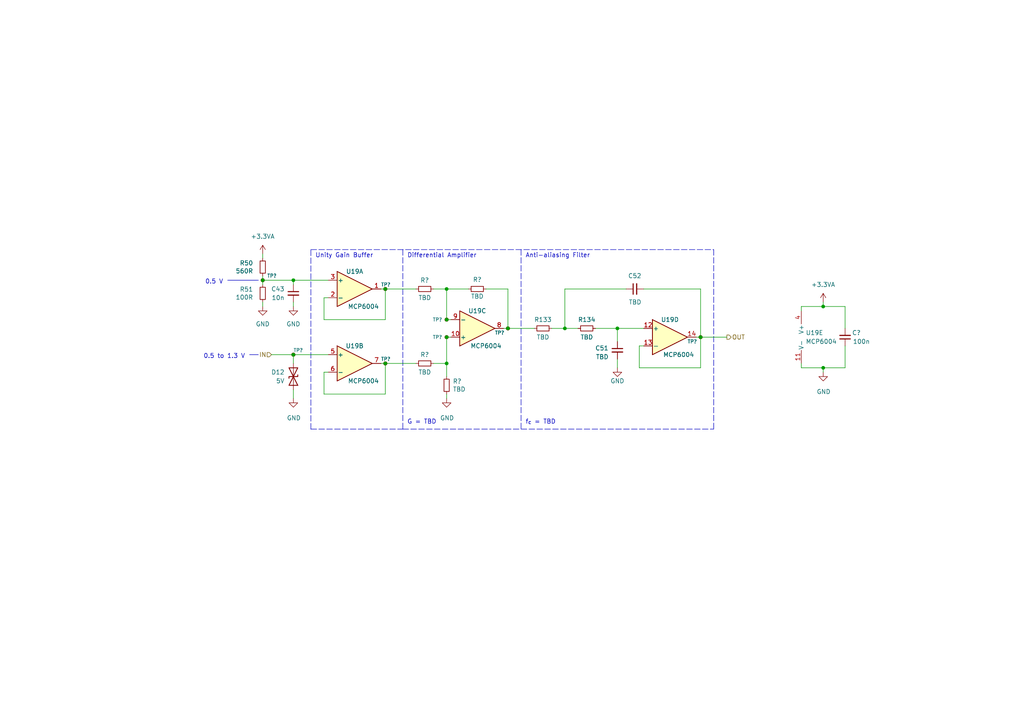
<source format=kicad_sch>
(kicad_sch (version 20230121) (generator eeschema)
  (paper "A4")
  (title_block (title "Water Pressure Sensor") (date "2023-07-01") (rev "${REVISION}") (company "Author: I. Kajdan") (comment 1 "Reviewer:"))
  (lib_symbols
    (symbol "Amplifier_Operational:MCP6004" (pin_names (offset 0.127))
      (property "Reference" "U" (at 0 5.08 0))
      (property "Value" "MCP6004" (at 0 -5.08 0))
      (symbol "MCP6004_1_1"
        (polyline (pts (xy -5.08 5.08) (xy 5.08 0) (xy -5.08 -5.08) (xy -5.08 5.08)) (stroke (width 0.254)) (fill (type background)))
        (pin output line (at 7.62 0 180) (length 2.54) (name "~") (number "1"))
        (pin input line (at -7.62 -2.54 0) (length 2.54) (name "-") (number "2"))
        (pin input line (at -7.62 2.54 0) (length 2.54) (name "+") (number "3"))
      )
      (symbol "MCP6004_2_1"
        (polyline (pts (xy -5.08 5.08) (xy 5.08 0) (xy -5.08 -5.08) (xy -5.08 5.08)) (stroke (width 0.254)) (fill (type background)))
        (pin input line (at -7.62 2.54 0) (length 2.54) (name "+") (number "5"))
        (pin input line (at -7.62 -2.54 0) (length 2.54) (name "-") (number "6"))
        (pin output line (at 7.62 0 180) (length 2.54) (name "~") (number "7"))
      )
      (symbol "MCP6004_3_1"
        (polyline (pts (xy -5.08 5.08) (xy 5.08 0) (xy -5.08 -5.08) (xy -5.08 5.08)) (stroke (width 0.254)) (fill (type background)))
        (pin input line (at -7.62 2.54 0) (length 2.54) (name "+") (number "10"))
        (pin output line (at 7.62 0 180) (length 2.54) (name "~") (number "8"))
        (pin input line (at -7.62 -2.54 0) (length 2.54) (name "-") (number "9"))
      )
      (symbol "MCP6004_4_1"
        (polyline (pts (xy -5.08 5.08) (xy 5.08 0) (xy -5.08 -5.08) (xy -5.08 5.08)) (stroke (width 0.254)) (fill (type background)))
        (pin input line (at -7.62 2.54 0) (length 2.54) (name "+") (number "12"))
        (pin input line (at -7.62 -2.54 0) (length 2.54) (name "-") (number "13"))
        (pin output line (at 7.62 0 180) (length 2.54) (name "~") (number "14"))
      )
      (symbol "MCP6004_5_1"
        (pin power_in line (at -2.54 -7.62 90) (length 3.81) (name "V-") (number "11"))
        (pin power_in line (at -2.54 7.62 270) (length 3.81) (name "V+") (number "4"))
      )
    )
    (symbol "Connector:TestPoint_Small" (pin_numbers hide) (pin_names (offset 0.762) hide)
      (property "Reference" "TP" (at 0 3.81 0))
      (property "Value" "TestPoint_Small" (at 0 2.032 0))
      (symbol "TestPoint_Small_0_1"
        (circle (center 0 0) (radius 0.508))
      )
      (symbol "TestPoint_Small_1_1"
        (pin passive line (at 0 0 90) (length 0) (name "1") (number "1"))
      )
    )
    (symbol "Device:C_Small" (pin_numbers hide) (pin_names (offset 0.254) hide)
      (property "Reference" "C" (at 0.254 1.778 0))
      (property "Value" "C_Small" (at 0.254 -2.032 0))
      (symbol "C_Small_0_1"
        (polyline (pts (xy -1.524 -0.508) (xy 1.524 -0.508)) (stroke (width 0.3302)))
        (polyline (pts (xy -1.524 0.508) (xy 1.524 0.508)) (stroke (width 0.3048)))
      )
      (symbol "C_Small_1_1"
        (pin passive line (at 0 2.54 270) (length 2.032) (name "~") (number "1"))
        (pin passive line (at 0 -2.54 90) (length 2.032) (name "~") (number "2"))
      )
    )
    (symbol "Device:D_TVS" (pin_numbers hide) (pin_names (offset 1.016) hide)
      (property "Reference" "D" (at 0 2.54 0))
      (property "Value" "D_TVS" (at 0 -2.54 0))
      (symbol "D_TVS_0_1"
        (polyline (pts (xy 1.27 0) (xy -1.27 0)))
        (polyline (pts (xy 0.508 1.27) (xy 0 1.27) (xy 0 -1.27) (xy -0.508 -1.27)) (stroke (width 0.254)))
        (polyline (pts (xy -2.54 1.27) (xy -2.54 -1.27) (xy 2.54 1.27) (xy 2.54 -1.27) (xy -2.54 1.27)) (stroke (width 0.254)))
      )
      (symbol "D_TVS_1_1"
        (pin passive line (at -3.81 0 0) (length 2.54) (name "A1") (number "1"))
        (pin passive line (at 3.81 0 180) (length 2.54) (name "A2") (number "2"))
      )
    )
    (symbol "Device:R_Small" (pin_numbers hide) (pin_names (offset 0.254) hide)
      (property "Reference" "R" (at 0.762 0.508 0))
      (property "Value" "R_Small" (at 0.762 -1.016 0))
      (symbol "R_Small_0_1"
        (rectangle (start -0.762 1.778) (end 0.762 -1.778) (stroke (width 0.2032)))
      )
      (symbol "R_Small_1_1"
        (pin passive line (at 0 2.54 270) (length 0.762) (name "~") (number "1"))
        (pin passive line (at 0 -2.54 90) (length 0.762) (name "~") (number "2"))
      )
    )
    (symbol "power:+3.3VA" (power) (pin_names (offset 0))
      (property "Value" "+3.3VA" (at 0 3.556 0))
      (symbol "+3.3VA_0_1"
        (polyline (pts (xy -0.762 1.27) (xy 0 2.54)))
        (polyline (pts (xy 0 0) (xy 0 2.54)))
        (polyline (pts (xy 0 2.54) (xy 0.762 1.27)))
      )
      (symbol "+3.3VA_1_1"
        (pin power_in line (at 0 0 90) (length 0) hide (name "+3.3VA") (number "1"))
      )
    )
    (symbol "power:GND" (power) (pin_names (offset 0))
      (property "Value" "GND" (at 0 -3.81 0))
      (symbol "GND_0_1"
        (polyline (pts (xy 0 0) (xy 0 -1.27) (xy 1.27 -1.27) (xy 0 -2.54) (xy -1.27 -1.27) (xy 0 -1.27)))
      )
      (symbol "GND_1_1"
        (pin power_in line (at 0 0 270) (length 0) hide (name "GND") (number "1"))
      )
    )
  )
  (junction (at 76.2 81.28))
  (junction (at 179.07 95.25))
  (junction (at 85.09 102.87))
  (junction (at 238.76 106.68))
  (junction (at 129.54 83.82))
  (junction (at 129.54 105.41))
  (junction (at 129.54 97.79))
  (junction (at 203.2 97.79))
  (junction (at 129.54 92.71))
  (junction (at 147.32 95.25))
  (junction (at 111.76 105.41))
  (junction (at 111.76 83.82))
  (junction (at 85.09 81.28))
  (junction (at 163.83 95.25))
  (junction (at 238.76 88.9))
  (wire (pts (xy 130.81 97.79) (xy 129.54 97.79)))
  (wire (pts (xy 85.09 102.87) (xy 95.25 102.87)))
  (wire (pts (xy 129.54 105.41) (xy 129.54 109.22)))
  (wire (pts (xy 111.76 114.3) (xy 111.76 105.41)))
  (wire (pts (xy 203.2 106.68) (xy 203.2 97.79)))
  (wire (pts (xy 185.42 106.68) (xy 203.2 106.68)))
  (wire (pts (xy 140.97 83.82) (xy 147.32 83.82)))
  (wire (pts (xy 129.54 92.71) (xy 129.54 83.82)))
  (wire (pts (xy 238.76 87.63) (xy 238.76 88.9)))
  (polyline (pts (xy 207.01 72.39) (xy 207.01 124.46)) (stroke (width 0) (type dash)))
  (wire (pts (xy 95.25 86.36) (xy 93.98 86.36)))
  (wire (pts (xy 245.11 100.33) (xy 245.11 106.68)))
  (wire (pts (xy 203.2 97.79) (xy 210.82 97.79)))
  (wire (pts (xy 186.69 100.33) (xy 185.42 100.33)))
  (wire (pts (xy 160.02 95.25) (xy 163.83 95.25)))
  (wire (pts (xy 85.09 115.57) (xy 85.09 113.03)))
  (polyline (pts (xy 66.04 81.28) (xy 74.93 81.28)))
  (wire (pts (xy 172.72 95.25) (xy 179.07 95.25)))
  (wire (pts (xy 146.05 95.25) (xy 147.32 95.25)))
  (wire (pts (xy 93.98 114.3) (xy 111.76 114.3)))
  (wire (pts (xy 93.98 107.95) (xy 95.25 107.95)))
  (wire (pts (xy 163.83 95.25) (xy 167.64 95.25)))
  (wire (pts (xy 120.65 83.82) (xy 111.76 83.82)))
  (wire (pts (xy 129.54 83.82) (xy 125.73 83.82)))
  (wire (pts (xy 76.2 87.63) (xy 76.2 88.9)))
  (wire (pts (xy 111.76 83.82) (xy 110.49 83.82)))
  (wire (pts (xy 111.76 105.41) (xy 120.65 105.41)))
  (wire (pts (xy 179.07 104.14) (xy 179.07 106.68)))
  (wire (pts (xy 238.76 88.9) (xy 245.11 88.9)))
  (wire (pts (xy 76.2 73.66) (xy 76.2 74.93)))
  (wire (pts (xy 238.76 107.95) (xy 238.76 106.68)))
  (wire (pts (xy 85.09 102.87) (xy 85.09 105.41)))
  (wire (pts (xy 232.41 106.68) (xy 238.76 106.68)))
  (wire (pts (xy 85.09 87.63) (xy 85.09 88.9)))
  (wire (pts (xy 76.2 81.28) (xy 76.2 82.55)))
  (wire (pts (xy 129.54 83.82) (xy 135.89 83.82)))
  (polyline (pts (xy 151.13 72.39) (xy 151.13 124.46)) (stroke (width 0) (type dash)))
  (wire (pts (xy 245.11 88.9) (xy 245.11 95.25)))
  (polyline (pts (xy 72.39 102.87) (xy 74.93 102.87)))
  (wire (pts (xy 186.69 83.82) (xy 203.2 83.82)))
  (wire (pts (xy 203.2 97.79) (xy 201.93 97.79)))
  (wire (pts (xy 163.83 83.82) (xy 181.61 83.82)))
  (wire (pts (xy 232.41 90.17) (xy 232.41 88.9)))
  (wire (pts (xy 93.98 86.36) (xy 93.98 92.71)))
  (wire (pts (xy 179.07 95.25) (xy 179.07 99.06)))
  (wire (pts (xy 129.54 114.3) (xy 129.54 115.57)))
  (wire (pts (xy 179.07 95.25) (xy 186.69 95.25)))
  (polyline (pts (xy 90.17 124.46) (xy 90.17 72.39)) (stroke (width 0) (type dash)))
  (wire (pts (xy 93.98 107.95) (xy 93.98 114.3)))
  (wire (pts (xy 147.32 95.25) (xy 154.94 95.25)))
  (wire (pts (xy 111.76 105.41) (xy 110.49 105.41)))
  (wire (pts (xy 203.2 83.82) (xy 203.2 97.79)))
  (wire (pts (xy 232.41 88.9) (xy 238.76 88.9)))
  (wire (pts (xy 147.32 83.82) (xy 147.32 95.25)))
  (wire (pts (xy 85.09 81.28) (xy 95.25 81.28)))
  (polyline (pts (xy 116.84 72.39) (xy 116.84 124.46)) (stroke (width 0) (type dash)))
  (wire (pts (xy 238.76 106.68) (xy 245.11 106.68)))
  (wire (pts (xy 76.2 80.01) (xy 76.2 81.28)))
  (wire (pts (xy 93.98 92.71) (xy 111.76 92.71)))
  (wire (pts (xy 76.2 81.28) (xy 85.09 81.28)))
  (wire (pts (xy 85.09 81.28) (xy 85.09 82.55)))
  (wire (pts (xy 111.76 92.71) (xy 111.76 83.82)))
  (wire (pts (xy 163.83 83.82) (xy 163.83 95.25)))
  (polyline (pts (xy 90.17 124.46) (xy 116.84 124.46)) (stroke (width 0) (type dash)))
  (wire (pts (xy 125.73 105.41) (xy 129.54 105.41)))
  (polyline (pts (xy 90.17 72.39) (xy 207.01 72.39)) (stroke (width 0) (type dash)))
  (wire (pts (xy 78.74 102.87) (xy 85.09 102.87)))
  (wire (pts (xy 129.54 97.79) (xy 129.54 105.41)))
  (polyline (pts (xy 116.84 124.46) (xy 207.01 124.46)) (stroke (width 0) (type dash)))
  (wire (pts (xy 185.42 100.33) (xy 185.42 106.68)))
  (wire (pts (xy 232.41 105.41) (xy 232.41 106.68)))
  (wire (pts (xy 130.81 92.71) (xy 129.54 92.71)))
  (text "0.5 V" (at 64.77 82.55 0) (effects (font (size 1.27 1.27)) (justify right bottom)))
  (text "Anti-aliasing Filter" (at 152.4 74.93 0) (effects (font (size 1.27 1.27)) (justify left bottom)))
  (text "Differential Amplifier" (at 118.11 74.93 0) (effects (font (size 1.27 1.27)) (justify left bottom)))
  (text "Unity Gain Buffer" (at 91.44 74.93 0) (effects (font (size 1.27 1.27)) (justify left bottom)))
  (text "G = TBD" (at 118.11 123.19 0) (effects (font (size 1.27 1.27)) (justify left bottom)))
  (text "0.5 to 1.3 V" (at 71.12 104.14 0) (effects (font (size 1.27 1.27)) (justify right bottom)))
  (text "f_{c} = TBD" (at 152.4 123.19 0) (effects (font (size 1.27 1.27)) (justify left bottom)))
  (hierarchical_label "OUT" (shape output) (at 210.82 97.79 0))
  (hierarchical_label "IN" (shape input) (at 78.74 102.87 180))
  (symbol (lib_id "Connector:TestPoint_Small") (at 76.2 81.28 0) (unit 1)
    (property "Reference" "TP?" (at 77.47 80.01 0) (effects (font (size 1 1)) (justify left)))
    (property "Value" "TestPoint_Small" (effects hide))
    (property "Footprint" "TestPoint:TestPoint_Pad_D1.0mm" (effects hide))
    (instances (project "rearbox" (path "" (reference "TP?") (unit 1)) (path "" (reference "TP3") (unit 1)) (path "" (reference "TP1") (unit 1)) (path "" (reference "TP67") (unit 1)) (path "" (reference "TP75") (unit 1)) (path "" (reference "TP36") (unit 1)) (path "" (reference "TP44") (unit 1))))
  )
  (symbol (lib_id "Connector:TestPoint_Small") (at 85.09 102.87 0) (unit 1)
    (property "Reference" "TP?" (at 85.09 101.6 0) (effects (font (size 1 1)) (justify left)))
    (property "Value" "TestPoint_Small" (effects hide))
    (property "Footprint" "TestPoint:TestPoint_Pad_D1.0mm" (effects hide))
    (instances (project "rearbox" (path "" (reference "TP?") (unit 1)) (path "" (reference "TP3") (unit 1)) (path "" (reference "TP1") (unit 1)) (path "" (reference "TP67") (unit 1)) (path "" (reference "TP75") (unit 1)) (path "" (reference "TP37") (unit 1)) (path "" (reference "TP45") (unit 1))))
  )
  (symbol (lib_id "Device:R_Small") (at 129.54 111.76 0) (unit 1)
    (property "Reference" "R?" (at 131.318 110.5916 0) (effects (justify left)))
    (property "Value" "TBD" (at 131.318 112.903 0) (effects (justify left)))
    (property "Footprint" "Resistor_SMD:R_0603_1608Metric" (effects hide))
    (instances (project "Traction_Control_System" (path "" (reference "R?") (unit 1)) (path "" (reference "R?") (unit 1)) (path "" (reference "R?") (unit 1)) (path "" (reference "R?") (unit 1)) (path "" (reference "R?") (unit 1)) (path "" (reference "R?") (unit 1))) (project "rearbox" (path "" (reference "R?") (unit 1)) (path "" (reference "R131") (unit 1)) (path "" (reference "R140") (unit 1)) (path "" (reference "R101") (unit 1)) (path "" (reference "R109") (unit 1))))
  )
  (symbol (lib_id "Connector:TestPoint_Small") (at 129.54 97.79 90) (unit 1)
    (property "Reference" "TP?" (at 128.27 97.79 90) (effects (font (size 1 1)) (justify left)))
    (property "Value" "TestPoint_Small" (effects hide))
    (property "Footprint" "TestPoint:TestPoint_Pad_D1.0mm" (effects hide))
    (instances (project "rearbox" (path "" (reference "TP?") (unit 1)) (path "" (reference "TP3") (unit 1)) (path "" (reference "TP1") (unit 1)) (path "" (reference "TP71") (unit 1)) (path "" (reference "TP79") (unit 1)) (path "" (reference "TP41") (unit 1)) (path "" (reference "TP49") (unit 1))))
  )
  (symbol (lib_id "Amplifier_Operational:MCP6004") (at 102.87 105.41 0) (unit 2)
    (property "Reference" "U19" (at 102.87 100.33 0))
    (property "Value" "MCP6004" (at 105.41 110.49 0))
    (property "Datasheet" "http://ww1.microchip.com/downloads/en/DeviceDoc/21733j.pdf" (effects hide))
    (instances (project "rearbox" (path "" (reference "U19") (unit 2)) (path "" (reference "U20") (unit 2)) (path "" (reference "U16") (unit 2)) (path "" (reference "U17") (unit 2))))
  )
  (symbol (lib_id "Device:R_Small") (at 76.2 77.47 0) (mirror y) (unit 1)
    (property "Reference" "R50" (at 73.4314 76.3016 0) (effects (justify left)))
    (property "Value" "560R" (at 73.4314 78.613 0) (effects (justify left)))
    (property "Footprint" "Resistor_SMD:R_0603_1608Metric" (effects hide))
    (instances (project "rearbox" (path "" (reference "R50") (unit 1)) (path "" (reference "R97") (unit 1)) (path "" (reference "R105") (unit 1))) (project "apps" (path "" (reference "R7") (unit 1))))
  )
  (symbol (lib_id "power:GND") (at 85.09 115.57 0) (unit 1)
    (property "Reference" "#PWR?" (effects hide))
    (property "Value" "GND" (at 85.217 121.2342 0))
    (instances (project "rearbox" (path "" (reference "#PWR?") (unit 1)) (path "" (reference "#PWR?") (unit 1)) (path "" (reference "#PWR0173") (unit 1)) (path "" (reference "#PWR0191") (unit 1)) (path "" (reference "#PWR0170") (unit 1)) (path "" (reference "#PWR0177") (unit 1)) (path "" (reference "#PWR0149") (unit 1)) (path "" (reference "#PWR0157") (unit 1))) (project "apps" (path "" (reference "#PWR?") (unit 1))))
  )
  (symbol (lib_id "Device:R_Small") (at 123.19 83.82 270) (unit 1)
    (property "Reference" "R?" (at 123.19 81.28 90))
    (property "Value" "TBD" (at 123.19 86.36 90))
    (property "Footprint" "Resistor_SMD:R_0603_1608Metric" (effects hide))
    (instances (project "Traction_Control_System" (path "" (reference "R?") (unit 1)) (path "" (reference "R?") (unit 1)) (path "" (reference "R?") (unit 1)) (path "" (reference "R?") (unit 1)) (path "" (reference "R?") (unit 1)) (path "" (reference "R?") (unit 1))) (project "rearbox" (path "" (reference "R?") (unit 1)) (path "" (reference "R129") (unit 1)) (path "" (reference "R138") (unit 1)) (path "" (reference "R99") (unit 1)) (path "" (reference "R107") (unit 1))))
  )
  (symbol (lib_id "Device:C_Small") (at 85.09 85.09 0) (mirror y) (unit 1)
    (property "Reference" "C43" (at 82.55 83.8263 0) (effects (justify left)))
    (property "Value" "10n" (at 82.55 86.3663 0) (effects (justify left)))
    (property "Footprint" "Capacitor_SMD:C_0603_1608Metric" (effects hide))
    (instances (project "rearbox" (path "" (reference "C43") (unit 1)) (path "" (reference "C47") (unit 1))))
  )
  (symbol (lib_id "Connector:TestPoint_Small") (at 147.32 95.25 0) (mirror x) (unit 1)
    (property "Reference" "TP?" (at 143.51 96.52 0) (effects (font (size 1 1)) (justify left)))
    (property "Value" "TestPoint_Small" (effects hide))
    (property "Footprint" "TestPoint:TestPoint_Pad_D1.0mm" (effects hide))
    (instances (project "rearbox" (path "" (reference "TP?") (unit 1)) (path "" (reference "TP3") (unit 1)) (path "" (reference "TP1") (unit 1)) (path "" (reference "TP72") (unit 1)) (path "" (reference "TP80") (unit 1)) (path "" (reference "TP42") (unit 1)) (path "" (reference "TP50") (unit 1))))
  )
  (symbol (lib_id "power:GND") (at 129.54 115.57 0) (unit 1)
    (property "Reference" "#PWR?" (effects hide))
    (property "Value" "GND" (at 129.667 121.2342 0))
    (instances (project "Traction_Control_System" (path "" (reference "#PWR?") (unit 1)) (path "" (reference "#PWR?") (unit 1)) (path "" (reference "#PWR?") (unit 1)) (path "" (reference "#PWR?") (unit 1)) (path "" (reference "#PWR?") (unit 1)) (path "" (reference "#PWR?") (unit 1))) (project "rearbox" (path "" (reference "#PWR?") (unit 1)) (path "" (reference "#PWR0171") (unit 1)) (path "" (reference "#PWR0178") (unit 1)) (path "" (reference "#PWR0150") (unit 1)) (path "" (reference "#PWR0158") (unit 1))))
  )
  (symbol (lib_id "Device:R_Small") (at 123.19 105.41 270) (mirror x) (unit 1)
    (property "Reference" "R?" (at 123.19 102.87 90))
    (property "Value" "TBD" (at 123.19 107.95 90))
    (property "Footprint" "Resistor_SMD:R_0603_1608Metric" (effects hide))
    (instances (project "Traction_Control_System" (path "" (reference "R?") (unit 1)) (path "" (reference "R?") (unit 1)) (path "" (reference "R?") (unit 1)) (path "" (reference "R?") (unit 1)) (path "" (reference "R?") (unit 1)) (path "" (reference "R?") (unit 1))) (project "rearbox" (path "" (reference "R?") (unit 1)) (path "" (reference "R130") (unit 1)) (path "" (reference "R139") (unit 1)) (path "" (reference "R100") (unit 1)) (path "" (reference "R108") (unit 1))))
  )
  (symbol (lib_id "Device:D_TVS") (at 85.09 109.22 270) (mirror x) (unit 1)
    (property "Reference" "D12" (at 82.55 107.95 90) (effects (justify right)))
    (property "Value" "5V" (at 82.55 110.49 90) (effects (justify right)))
    (instances (project "rearbox" (path "" (reference "D12") (unit 1)) (path "" (reference "D14") (unit 1)) (path "" (reference "D14") (unit 1)) (path "" (reference "D15") (unit 1)) (path "" (reference "D12") (unit 1)) (path "" (reference "D13") (unit 1))))
  )
  (symbol (lib_id "power:+3.3VA") (at 238.76 87.63 0) (unit 1)
    (property "Reference" "#PWR046" (effects hide))
    (property "Value" "+3.3VA" (at 238.76 82.55 0))
    (instances (project "rearbox" (path "" (reference "#PWR046") (unit 1)) (path "" (reference "#PWR?") (unit 1)) (path "" (reference "#PWR0173") (unit 1)) (path "" (reference "#PWR0180") (unit 1)) (path "" (reference "#PWR0152") (unit 1)) (path "" (reference "#PWR0160") (unit 1))))
  )
  (symbol (lib_id "Connector:TestPoint_Small") (at 111.76 105.41 0) (unit 1)
    (property "Reference" "TP?" (at 110.49 104.14 0) (effects (font (size 1 1)) (justify left)))
    (property "Value" "TestPoint_Small" (effects hide))
    (property "Footprint" "TestPoint:TestPoint_Pad_D1.0mm" (effects hide))
    (instances (project "rearbox" (path "" (reference "TP?") (unit 1)) (path "" (reference "TP3") (unit 1)) (path "" (reference "TP1") (unit 1)) (path "" (reference "TP69") (unit 1)) (path "" (reference "TP77") (unit 1)) (path "" (reference "TP39") (unit 1)) (path "" (reference "TP47") (unit 1))))
  )
  (symbol (lib_id "Connector:TestPoint_Small") (at 111.76 83.82 0) (unit 1)
    (property "Reference" "TP?" (at 110.49 82.55 0) (effects (font (size 1 1)) (justify left)))
    (property "Value" "TestPoint_Small" (effects hide))
    (property "Footprint" "TestPoint:TestPoint_Pad_D1.0mm" (effects hide))
    (instances (project "rearbox" (path "" (reference "TP?") (unit 1)) (path "" (reference "TP3") (unit 1)) (path "" (reference "TP1") (unit 1)) (path "" (reference "TP68") (unit 1)) (path "" (reference "TP76") (unit 1)) (path "" (reference "TP38") (unit 1)) (path "" (reference "TP46") (unit 1))))
  )
  (symbol (lib_id "power:+3.3VA") (at 76.2 73.66 0) (unit 1)
    (property "Reference" "#PWR046" (effects hide))
    (property "Value" "+3.3VA" (at 76.2 68.58 0))
    (instances (project "rearbox" (path "" (reference "#PWR046") (unit 1)) (path "" (reference "#PWR?") (unit 1)) (path "" (reference "#PWR0173") (unit 1)) (path "" (reference "#PWR0180") (unit 1)) (path "" (reference "#PWR0146") (unit 1)) (path "" (reference "#PWR0154") (unit 1))))
  )
  (symbol (lib_id "Amplifier_Operational:MCP6004") (at 102.87 83.82 0) (unit 1)
    (property "Reference" "U19" (at 102.87 78.74 0))
    (property "Value" "MCP6004" (at 105.41 88.9 0))
    (property "Datasheet" "http://ww1.microchip.com/downloads/en/DeviceDoc/21733j.pdf" (effects hide))
    (instances (project "rearbox" (path "" (reference "U19") (unit 1)) (path "" (reference "U20") (unit 1)) (path "" (reference "U16") (unit 1)) (path "" (reference "U17") (unit 1))))
  )
  (symbol (lib_id "Device:R_Small") (at 76.2 85.09 0) (mirror y) (unit 1)
    (property "Reference" "R51" (at 73.4314 83.9216 0) (effects (justify left)))
    (property "Value" "100R" (at 73.4314 86.233 0) (effects (justify left)))
    (property "Footprint" "Resistor_SMD:R_0603_1608Metric" (effects hide))
    (instances (project "rearbox" (path "" (reference "R51") (unit 1)) (path "" (reference "R98") (unit 1)) (path "" (reference "R106") (unit 1))) (project "apps" (path "" (reference "R8") (unit 1))))
  )
  (symbol (lib_id "Device:C_Small") (at 184.15 83.82 90) (unit 1)
    (property "Reference" "C52" (at 186.0613 80.01 90) (effects (justify left)))
    (property "Value" "TBD" (at 186.0613 87.63 90) (effects (justify left)))
    (property "Footprint" "Capacitor_SMD:C_0603_1608Metric" (effects hide))
    (instances (project "rearbox" (path "" (reference "C52") (unit 1)) (path "" (reference "C55") (unit 1)) (path "" (reference "C45") (unit 1)) (path "" (reference "C49") (unit 1))) (project "apps" (path "" (reference "C19") (unit 1))))
  )
  (symbol (lib_id "Amplifier_Operational:MCP6004") (at 194.31 97.79 0) (unit 4)
    (property "Reference" "U19" (at 194.31 92.71 0))
    (property "Value" "MCP6004" (at 196.85 102.87 0))
    (property "Datasheet" "http://ww1.microchip.com/downloads/en/DeviceDoc/21733j.pdf" (effects hide))
    (instances (project "rearbox" (path "" (reference "U19") (unit 4)) (path "" (reference "U20") (unit 4)) (path "" (reference "U16") (unit 4)) (path "" (reference "U17") (unit 4))))
  )
  (symbol (lib_id "Device:R_Small") (at 170.18 95.25 90) (unit 1)
    (property "Reference" "R134" (at 170.18 92.71 90))
    (property "Value" "TBD" (at 170.18 97.79 90))
    (property "Footprint" "Resistor_SMD:R_0603_1608Metric" (effects hide))
    (instances (project "rearbox" (path "" (reference "R134") (unit 1)) (path "" (reference "R143") (unit 1)) (path "" (reference "R104") (unit 1)) (path "" (reference "R112") (unit 1))) (project "apps" (path "" (reference "R21") (unit 1))))
  )
  (symbol (lib_id "Connector:TestPoint_Small") (at 203.2 97.79 0) (mirror x) (unit 1)
    (property "Reference" "TP?" (at 199.39 99.06 0) (effects (font (size 1 1)) (justify left)))
    (property "Value" "TestPoint_Small" (effects hide))
    (property "Footprint" "TestPoint:TestPoint_Pad_D1.0mm" (effects hide))
    (instances (project "rearbox" (path "" (reference "TP?") (unit 1)) (path "" (reference "TP3") (unit 1)) (path "" (reference "TP1") (unit 1)) (path "" (reference "TP73") (unit 1)) (path "" (reference "TP81") (unit 1)) (path "" (reference "TP43") (unit 1)) (path "" (reference "TP51") (unit 1))))
  )
  (symbol (lib_id "power:GND") (at 85.09 88.9 0) (unit 1)
    (property "Reference" "#PWR077" (effects hide))
    (property "Value" "GND" (at 85.09 93.98 0))
    (instances (project "rearbox" (path "" (reference "#PWR077") (unit 1)) (path "" (reference "#PWR0148") (unit 1)) (path "" (reference "#PWR0156") (unit 1))) (project "apps" (path "" (reference "#PWR012") (unit 1))))
  )
  (symbol (lib_id "Device:R_Small") (at 157.48 95.25 90) (unit 1)
    (property "Reference" "R133" (at 157.48 92.71 90))
    (property "Value" "TBD" (at 157.48 97.79 90))
    (property "Footprint" "Resistor_SMD:R_0603_1608Metric" (effects hide))
    (instances (project "rearbox" (path "" (reference "R133") (unit 1)) (path "" (reference "R142") (unit 1)) (path "" (reference "R103") (unit 1)) (path "" (reference "R111") (unit 1))) (project "apps" (path "" (reference "R19") (unit 1))))
  )
  (symbol (lib_id "Amplifier_Operational:MCP6004") (at 234.95 97.79 0) (unit 5)
    (property "Reference" "U19" (at 233.68 96.52 0) (effects (justify left)))
    (property "Value" "MCP6004" (at 233.68 99.06 0) (effects (justify left)))
    (property "Datasheet" "http://ww1.microchip.com/downloads/en/DeviceDoc/21733j.pdf" (effects hide))
    (instances (project "rearbox" (path "" (reference "U19") (unit 5)) (path "" (reference "U20") (unit 5)) (path "" (reference "U16") (unit 5)) (path "" (reference "U17") (unit 5))))
  )
  (symbol (lib_id "power:GND") (at 179.07 106.68 0) (unit 1)
    (property "Reference" "#PWR0172" (effects hide))
    (property "Value" "GND" (at 179.07 110.49 0))
    (instances (project "rearbox" (path "" (reference "#PWR0172") (unit 1)) (path "" (reference "#PWR0179") (unit 1)) (path "" (reference "#PWR0151") (unit 1)) (path "" (reference "#PWR0159") (unit 1))) (project "apps" (path "" (reference "#PWR026") (unit 1))))
  )
  (symbol (lib_id "power:GND") (at 238.76 107.95 0) (unit 1)
    (property "Reference" "#PWR?" (effects hide))
    (property "Value" "GND" (at 238.887 113.6142 0))
    (instances (project "Traction_Control_System" (path "" (reference "#PWR?") (unit 1)) (path "" (reference "#PWR?") (unit 1)) (path "" (reference "#PWR?") (unit 1)) (path "" (reference "#PWR?") (unit 1)) (path "" (reference "#PWR?") (unit 1)) (path "" (reference "#PWR?") (unit 1))) (project "rearbox" (path "" (reference "#PWR?") (unit 1)) (path "" (reference "#PWR0174") (unit 1)) (path "" (reference "#PWR0181") (unit 1)) (path "" (reference "#PWR0153") (unit 1)) (path "" (reference "#PWR0161") (unit 1))))
  )
  (symbol (lib_id "Amplifier_Operational:MCP6004") (at 138.43 95.25 0) (mirror x) (unit 3)
    (property "Reference" "U19" (at 138.43 90.17 0))
    (property "Value" "MCP6004" (at 140.97 100.33 0))
    (property "Datasheet" "http://ww1.microchip.com/downloads/en/DeviceDoc/21733j.pdf" (effects hide))
    (instances (project "rearbox" (path "" (reference "U19") (unit 3)) (path "" (reference "U20") (unit 3)) (path "" (reference "U16") (unit 3)) (path "" (reference "U17") (unit 3))))
  )
  (symbol (lib_id "Device:C_Small") (at 179.07 101.6 0) (mirror y) (unit 1)
    (property "Reference" "C51" (at 176.53 100.9713 0) (effects (justify left)))
    (property "Value" "TBD" (at 176.53 103.5113 0) (effects (justify left)))
    (property "Footprint" "Capacitor_SMD:C_0603_1608Metric" (effects hide))
    (instances (project "rearbox" (path "" (reference "C51") (unit 1)) (path "" (reference "C54") (unit 1)) (path "" (reference "C44") (unit 1)) (path "" (reference "C48") (unit 1))) (project "apps" (path "" (reference "C17") (unit 1))))
  )
  (symbol (lib_id "Device:R_Small") (at 138.43 83.82 270) (unit 1)
    (property "Reference" "R?" (at 138.43 81.1022 90))
    (property "Value" "TBD" (at 138.43 85.9536 90))
    (property "Footprint" "Resistor_SMD:R_0603_1608Metric" (effects hide))
    (instances (project "Traction_Control_System" (path "" (reference "R?") (unit 1)) (path "" (reference "R?") (unit 1)) (path "" (reference "R?") (unit 1)) (path "" (reference "R?") (unit 1)) (path "" (reference "R?") (unit 1)) (path "" (reference "R?") (unit 1))) (project "rearbox" (path "" (reference "R?") (unit 1)) (path "" (reference "R132") (unit 1)) (path "" (reference "R141") (unit 1)) (path "" (reference "R102") (unit 1)) (path "" (reference "R110") (unit 1))))
  )
  (symbol (lib_id "Connector:TestPoint_Small") (at 129.54 92.71 180) (unit 1)
    (property "Reference" "TP?" (at 128.27 92.71 0) (effects (font (size 1 1)) (justify left)))
    (property "Value" "TestPoint_Small" (effects hide))
    (property "Footprint" "TestPoint:TestPoint_Pad_D1.0mm" (effects hide))
    (instances (project "rearbox" (path "" (reference "TP?") (unit 1)) (path "" (reference "TP3") (unit 1)) (path "" (reference "TP1") (unit 1)) (path "" (reference "TP70") (unit 1)) (path "" (reference "TP78") (unit 1)) (path "" (reference "TP40") (unit 1)) (path "" (reference "TP48") (unit 1))))
  )
  (symbol (lib_id "Device:C_Small") (at 245.11 97.79 180) (unit 1)
    (property "Reference" "C?" (at 247.1166 96.52 0) (effects (justify right)))
    (property "Value" "100n" (at 247.3452 99.06 0) (effects (justify right)))
    (property "Footprint" "Capacitor_SMD:C_0603_1608Metric" (effects hide))
    (instances (project "Traction_Control_System" (path "" (reference "C?") (unit 1)) (path "" (reference "C?") (unit 1))) (project "rearbox" (path "" (reference "C?") (unit 1)) (path "" (reference "C53") (unit 1)) (path "" (reference "C56") (unit 1)) (path "" (reference "C46") (unit 1)) (path "" (reference "C50") (unit 1))))
  )
  (symbol (lib_id "power:GND") (at 76.2 88.9 0) (unit 1)
    (property "Reference" "#PWR077" (effects hide))
    (property "Value" "GND" (at 76.2 93.98 0))
    (instances (project "rearbox" (path "" (reference "#PWR077") (unit 1)) (path "" (reference "#PWR0147") (unit 1)) (path "" (reference "#PWR0155") (unit 1))) (project "apps" (path "" (reference "#PWR012") (unit 1))))
  )
)
</source>
